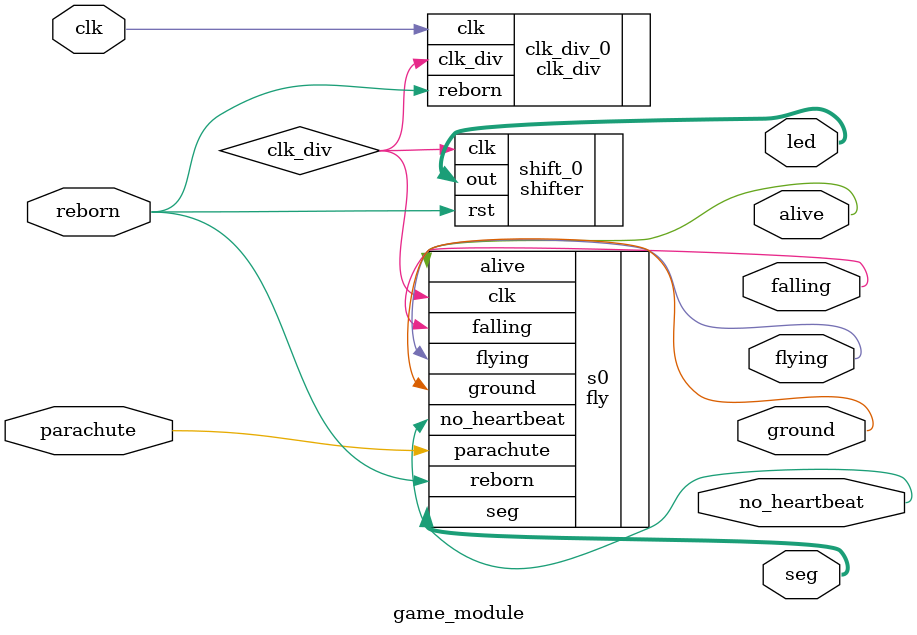
<source format=v>
module game_module(
    input   clk   ,
    input   reborn   ,
    input   parachute  ,
    
    output  ground,
    output  flying ,
    output  falling ,
    output  alive   ,
    output  no_heartbeat,
    output  [3:0] led,
    output [6:0] seg
    
    
    );
    
    wire    clk_div ;
    
    fly s0(
    .clk    (clk_div),
	.reborn	(reborn),
    .parachute   (parachute),
    
    .flying (flying),
    .falling    (falling),
    .alive   (alive),
    .no_heartbeat   (no_heartbeat),
    .ground(ground),
    .seg(seg)
    );
    
    clk_div clk_div_0(
    .clk    (clk),
    .reborn    (reborn),
    .clk_div    (clk_div)
    );
    
    shifter shift_0(
    .clk(clk_div),
    .rst(reborn),
    .out(led)
    );
    
    
    
endmodule

</source>
